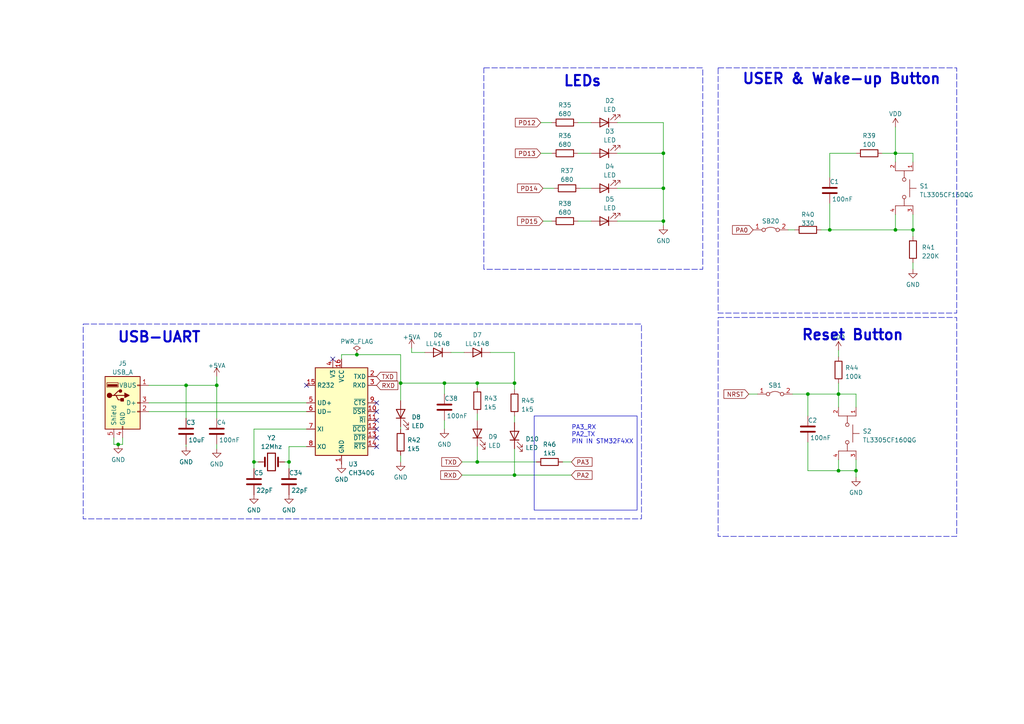
<source format=kicad_sch>
(kicad_sch (version 20230121) (generator eeschema)
  (paper "A4")
  (lib_symbols
    (symbol "BAT54T-7-F:LL4148" (pin_numbers hide) (pin_names hide)
      (property "Reference" "D" (at 0 2.54 0))
      (property "Value" "LL4148" (at 0 -2.54 0))
      (symbol "LL4148_0_1"
        (polyline (pts (xy -1.27 1.27) (xy -1.27 -1.27)) (stroke (width 0.254)))
        (polyline (pts (xy 1.27 0) (xy -1.27 0)))
        (polyline (pts (xy 1.27 1.27) (xy 1.27 -1.27) (xy -1.27 0) (xy 1.27 1.27)) (stroke (width 0.254)))
      )
      (symbol "LL4148_1_1"
        (pin passive line (at -3.81 0 0) (length 2.54) (name "K") (number "1"))
        (pin passive line (at 3.81 0 180) (length 2.54) (name "A") (number "2"))
      )
    )
    (symbol "Connector:USB_A" (pin_names (offset 1.016))
      (property "Reference" "J" (at -5.08 11.43 0))
      (property "Value" "USB_A" (at -5.08 8.89 0))
      (symbol "USB_A_0_1"
        (rectangle (start -5.08 -7.62) (end 5.08 7.62) (stroke (width 0.254)) (fill (type background)))
        (circle (center -3.81 2.159) (radius 0.635) (stroke (width 0.254)) (fill (type outline)))
        (rectangle (start -1.524 4.826) (end -4.318 5.334) (fill (type outline)))
        (rectangle (start -1.27 4.572) (end -4.572 5.842))
        (circle (center -0.635 3.429) (radius 0.381) (stroke (width 0.254)) (fill (type outline)))
        (rectangle (start -0.127 -7.62) (end 0.127 -6.858))
        (polyline (pts (xy -3.175 2.159) (xy -2.54 2.159) (xy -1.27 3.429) (xy -0.635 3.429)) (stroke (width 0.254)))
        (polyline (pts (xy -2.54 2.159) (xy -1.905 2.159) (xy -1.27 0.889) (xy 0 0.889)) (stroke (width 0.254)))
        (polyline (pts (xy 0.635 2.794) (xy 0.635 1.524) (xy 1.905 2.159) (xy 0.635 2.794)) (stroke (width 0.254)) (fill (type outline)))
        (rectangle (start 0.254 1.27) (end -0.508 0.508) (stroke (width 0.254)) (fill (type outline)))
        (rectangle (start 5.08 -2.667) (end 4.318 -2.413))
        (rectangle (start 5.08 -0.127) (end 4.318 0.127))
        (rectangle (start 5.08 4.953) (end 4.318 5.207))
      )
      (symbol "USB_A_1_1"
        (polyline (pts (xy -1.905 2.159) (xy 0.635 2.159)) (stroke (width 0.254)))
        (pin power_in line (at 7.62 5.08 180) (length 2.54) (name "VBUS") (number "1"))
        (pin bidirectional line (at 7.62 -2.54 180) (length 2.54) (name "D-") (number "2"))
        (pin bidirectional line (at 7.62 0 180) (length 2.54) (name "D+") (number "3"))
        (pin power_in line (at 0 -10.16 90) (length 2.54) (name "GND") (number "4"))
        (pin passive line (at -2.54 -10.16 90) (length 2.54) (name "Shield") (number "5"))
      )
    )
    (symbol "Device:C" (pin_numbers hide) (pin_names (offset 0.254))
      (property "Reference" "C" (at 0.635 2.54 0))
      (property "Value" "C" (at 0.635 -2.54 0))
      (symbol "C_0_1"
        (polyline (pts (xy -2.032 -0.762) (xy 2.032 -0.762)) (stroke (width 0.508)))
        (polyline (pts (xy -2.032 0.762) (xy 2.032 0.762)) (stroke (width 0.508)))
      )
      (symbol "C_1_1"
        (pin passive line (at 0 3.81 270) (length 2.794) (name "~") (number "1"))
        (pin passive line (at 0 -3.81 90) (length 2.794) (name "~") (number "2"))
      )
    )
    (symbol "Device:Crystal" (pin_numbers hide) (pin_names (offset 1.016) hide)
      (property "Reference" "Y" (at 0 3.81 0))
      (property "Value" "Crystal" (at 0 -3.81 0))
      (symbol "Crystal_0_1"
        (rectangle (start -1.143 2.54) (end 1.143 -2.54) (stroke (width 0.3048)))
        (polyline (pts (xy -2.54 0) (xy -1.905 0)))
        (polyline (pts (xy -1.905 -1.27) (xy -1.905 1.27)) (stroke (width 0.508)))
        (polyline (pts (xy 1.905 -1.27) (xy 1.905 1.27)) (stroke (width 0.508)))
        (polyline (pts (xy 2.54 0) (xy 1.905 0)))
      )
      (symbol "Crystal_1_1"
        (pin passive line (at -3.81 0 0) (length 1.27) (name "1") (number "1"))
        (pin passive line (at 3.81 0 180) (length 1.27) (name "2") (number "2"))
      )
    )
    (symbol "Device:LED" (pin_numbers hide) (pin_names (offset 1.016) hide)
      (property "Reference" "D" (at 0 2.54 0))
      (property "Value" "LED" (at 0 -2.54 0))
      (symbol "LED_0_1"
        (polyline (pts (xy -1.27 -1.27) (xy -1.27 1.27)) (stroke (width 0.254)))
        (polyline (pts (xy -1.27 0) (xy 1.27 0)))
        (polyline (pts (xy 1.27 -1.27) (xy 1.27 1.27) (xy -1.27 0) (xy 1.27 -1.27)) (stroke (width 0.254)))
        (polyline (pts (xy -3.048 -0.762) (xy -4.572 -2.286) (xy -3.81 -2.286) (xy -4.572 -2.286) (xy -4.572 -1.524)))
        (polyline (pts (xy -1.778 -0.762) (xy -3.302 -2.286) (xy -2.54 -2.286) (xy -3.302 -2.286) (xy -3.302 -1.524)))
      )
      (symbol "LED_1_1"
        (pin passive line (at -3.81 0 0) (length 2.54) (name "K") (number "1"))
        (pin passive line (at 3.81 0 180) (length 2.54) (name "A") (number "2"))
      )
    )
    (symbol "Device:R" (pin_numbers hide) (pin_names (offset 0))
      (property "Reference" "R" (at 2.032 0 90))
      (property "Value" "R" (at 0 0 90))
      (symbol "R_0_1"
        (rectangle (start -1.016 -2.54) (end 1.016 2.54) (stroke (width 0.254)))
      )
      (symbol "R_1_1"
        (pin passive line (at 0 3.81 270) (length 1.27) (name "~") (number "1"))
        (pin passive line (at 0 -3.81 90) (length 1.27) (name "~") (number "2"))
      )
    )
    (symbol "Interface_USB:CH340G"
      (property "Reference" "U" (at -5.08 13.97 0))
      (property "Value" "CH340G" (at 1.27 13.97 0))
      (symbol "CH340G_0_1"
        (rectangle (start -7.62 12.7) (end 7.62 -12.7) (stroke (width 0.254)) (fill (type background)))
      )
      (symbol "CH340G_1_1"
        (pin power_in line (at 0 -15.24 90) (length 2.54) (name "GND") (number "1"))
        (pin input line (at 10.16 0 180) (length 2.54) (name "~{DSR}") (number "10"))
        (pin input line (at 10.16 -2.54 180) (length 2.54) (name "~{RI}") (number "11"))
        (pin input line (at 10.16 -5.08 180) (length 2.54) (name "~{DCD}") (number "12"))
        (pin output line (at 10.16 -7.62 180) (length 2.54) (name "~{DTR}") (number "13"))
        (pin output line (at 10.16 -10.16 180) (length 2.54) (name "~{RTS}") (number "14"))
        (pin input line (at -10.16 7.62 0) (length 2.54) (name "R232") (number "15"))
        (pin power_in line (at 0 15.24 270) (length 2.54) (name "VCC") (number "16"))
        (pin output line (at 10.16 10.16 180) (length 2.54) (name "TXD") (number "2"))
        (pin input line (at 10.16 7.62 180) (length 2.54) (name "RXD") (number "3"))
        (pin passive line (at -2.54 15.24 270) (length 2.54) (name "V3") (number "4"))
        (pin bidirectional line (at -10.16 2.54 0) (length 2.54) (name "UD+") (number "5"))
        (pin bidirectional line (at -10.16 0 0) (length 2.54) (name "UD-") (number "6"))
        (pin input line (at -10.16 -5.08 0) (length 2.54) (name "XI") (number "7"))
        (pin output line (at -10.16 -10.16 0) (length 2.54) (name "XO") (number "8"))
        (pin input line (at 10.16 2.54 180) (length 2.54) (name "~{CTS}") (number "9"))
      )
    )
    (symbol "Jumper:Jumper_2_Bridged" (pin_names (offset 0) hide)
      (property "Reference" "JP" (at 0 1.905 0))
      (property "Value" "Jumper_2_Bridged" (at 0 -2.54 0))
      (symbol "Jumper_2_Bridged_0_0"
        (circle (center -2.032 0) (radius 0.508))
        (circle (center 2.032 0) (radius 0.508))
      )
      (symbol "Jumper_2_Bridged_0_1"
        (arc (start 1.524 0.254) (mid 0 0.762) (end -1.524 0.254))
      )
      (symbol "Jumper_2_Bridged_1_1"
        (pin passive line (at -5.08 0 0) (length 2.54) (name "A") (number "1"))
        (pin passive line (at 5.08 0 180) (length 2.54) (name "B") (number "2"))
      )
    )
    (symbol "TL3305CF160QG:TL3305CF160QG" (pin_names (offset 1.016) hide)
      (property "Reference" "S" (at -5.08 5.08 0))
      (property "Value" "TL3305CF160QG" (at -5.08 -5.08 0))
      (symbol "TL3305CF160QG_0_0"
        (circle (center -2.54 0) (radius 0.508) (stroke (width 0.1524)))
        (polyline (pts (xy -5.08 0) (xy -3.048 0)) (stroke (width 0.1524)))
        (polyline (pts (xy -5.08 2.54) (xy -5.08 -2.54)) (stroke (width 0.1524)))
        (polyline (pts (xy -2.54 1.6002) (xy 0 1.6002)) (stroke (width 0.1524)))
        (polyline (pts (xy 0 1.6002) (xy 0 3.5052)) (stroke (width 0.1524)))
        (polyline (pts (xy 0 1.6002) (xy 2.54 1.6002)) (stroke (width 0.1524)))
        (polyline (pts (xy 5.08 0) (xy 3.048 0)) (stroke (width 0.1524)))
        (polyline (pts (xy 5.08 2.54) (xy 5.08 -2.54)) (stroke (width 0.1524)))
        (circle (center 2.54 0) (radius 0.508) (stroke (width 0.1524)))
        (pin passive line (at -7.62 2.54 0) (length 2.54) (name "~") (number "1"))
        (pin passive line (at -7.62 -2.54 0) (length 2.54) (name "~") (number "2"))
        (pin passive line (at 7.62 2.54 180) (length 2.54) (name "~") (number "3"))
        (pin passive line (at 7.62 -2.54 180) (length 2.54) (name "~") (number "4"))
      )
    )
    (symbol "power:+5VA" (power) (pin_names (offset 0))
      (property "Value" "+5VA" (at 0 3.556 0))
      (symbol "+5VA_0_1"
        (polyline (pts (xy -0.762 1.27) (xy 0 2.54)))
        (polyline (pts (xy 0 0) (xy 0 2.54)))
        (polyline (pts (xy 0 2.54) (xy 0.762 1.27)))
      )
      (symbol "+5VA_1_1"
        (pin power_in line (at 0 0 90) (length 0) hide (name "+5VA") (number "1"))
      )
    )
    (symbol "power:GND" (power) (pin_names (offset 0))
      (property "Value" "GND" (at 0 -3.81 0))
      (symbol "GND_0_1"
        (polyline (pts (xy 0 0) (xy 0 -1.27) (xy 1.27 -1.27) (xy 0 -2.54) (xy -1.27 -1.27) (xy 0 -1.27)))
      )
      (symbol "GND_1_1"
        (pin power_in line (at 0 0 270) (length 0) hide (name "GND") (number "1"))
      )
    )
    (symbol "power:PWR_FLAG" (power) (pin_numbers hide) (pin_names (offset 0) hide)
      (property "Value" "PWR_FLAG" (at 0 3.81 0))
      (symbol "PWR_FLAG_0_0"
        (pin power_out line (at 0 0 90) (length 0) (name "pwr") (number "1"))
      )
      (symbol "PWR_FLAG_0_1"
        (polyline (pts (xy 0 0) (xy 0 1.27) (xy -1.016 1.905) (xy 0 2.54) (xy 1.016 1.905) (xy 0 1.27)))
      )
    )
    (symbol "power:VDD" (power) (pin_names (offset 0))
      (property "Value" "VDD" (at 0 3.81 0))
      (symbol "VDD_0_1"
        (polyline (pts (xy -0.762 1.27) (xy 0 2.54)))
        (polyline (pts (xy 0 0) (xy 0 2.54)))
        (polyline (pts (xy 0 2.54) (xy 0.762 1.27)))
      )
      (symbol "VDD_1_1"
        (pin power_in line (at 0 0 90) (length 0) hide (name "VDD") (number "1"))
      )
    )
  )
  (junction (at 83.82 133.985))
  (junction (at 149.225 111.125))
  (junction (at 264.795 66.675))
  (junction (at 259.715 44.45))
  (junction (at 192.405 64.135))
  (junction (at 128.905 111.125))
  (junction (at 240.665 66.675))
  (junction (at 259.715 66.675))
  (junction (at 53.975 111.76))
  (junction (at 138.43 111.125))
  (junction (at 116.205 111.125))
  (junction (at 149.225 137.795))
  (junction (at 192.405 44.45))
  (junction (at 62.865 111.76))
  (junction (at 34.29 128.905))
  (junction (at 192.405 54.61))
  (junction (at 138.43 133.985))
  (junction (at 243.205 114.3))
  (junction (at 243.205 136.525))
  (junction (at 234.315 114.3))
  (junction (at 103.505 102.87))
  (junction (at 248.285 136.525))
  (junction (at 73.66 133.985))
  (no_connect (at 109.22 116.84))
  (no_connect (at 96.52 104.14))
  (no_connect (at 109.22 129.54))
  (no_connect (at 88.9 111.76))
  (no_connect (at 109.22 119.38))
  (no_connect (at 109.22 127))
  (no_connect (at 109.22 124.46))
  (no_connect (at 109.22 121.92))
  (wire (pts (xy 116.205 111.125) (xy 116.205 116.205)))
  (wire (pts (xy 156.845 35.56) (xy 160.02 35.56)))
  (wire (pts (xy 264.795 44.45) (xy 259.715 44.45)))
  (wire (pts (xy 179.07 54.61) (xy 192.405 54.61)))
  (wire (pts (xy 119.38 102.235) (xy 123.19 102.235)))
  (wire (pts (xy 264.795 46.99) (xy 264.795 44.45)))
  (wire (pts (xy 53.975 111.76) (xy 53.975 121.285)))
  (wire (pts (xy 103.505 102.87) (xy 116.205 102.87)))
  (wire (pts (xy 149.225 120.65) (xy 149.225 122.555)))
  (wire (pts (xy 149.225 111.125) (xy 138.43 111.125)))
  (wire (pts (xy 138.43 133.985) (xy 155.575 133.985)))
  (wire (pts (xy 167.64 44.45) (xy 171.45 44.45)))
  (wire (pts (xy 248.285 136.525) (xy 248.285 133.35)))
  (wire (pts (xy 157.48 64.135) (xy 160.02 64.135)))
  (wire (pts (xy 83.82 129.54) (xy 83.82 133.985)))
  (wire (pts (xy 116.205 132.08) (xy 116.205 133.985)))
  (wire (pts (xy 229.87 114.3) (xy 234.315 114.3)))
  (wire (pts (xy 73.66 133.985) (xy 73.66 135.89)))
  (wire (pts (xy 248.285 44.45) (xy 240.665 44.45)))
  (wire (pts (xy 149.225 113.03) (xy 149.225 111.125)))
  (wire (pts (xy 73.66 133.985) (xy 74.93 133.985)))
  (wire (pts (xy 156.845 44.45) (xy 160.02 44.45)))
  (wire (pts (xy 259.715 36.83) (xy 259.715 44.45)))
  (wire (pts (xy 43.18 116.84) (xy 88.9 116.84)))
  (wire (pts (xy 43.18 111.76) (xy 53.975 111.76)))
  (wire (pts (xy 179.07 44.45) (xy 192.405 44.45)))
  (wire (pts (xy 243.205 133.35) (xy 243.205 136.525)))
  (wire (pts (xy 243.205 111.125) (xy 243.205 114.3)))
  (wire (pts (xy 128.905 121.92) (xy 128.905 124.46)))
  (wire (pts (xy 99.06 102.87) (xy 99.06 104.14)))
  (wire (pts (xy 179.07 35.56) (xy 192.405 35.56)))
  (wire (pts (xy 240.665 66.675) (xy 238.125 66.675)))
  (wire (pts (xy 248.285 136.525) (xy 248.285 138.43)))
  (wire (pts (xy 83.82 133.985) (xy 83.82 135.89)))
  (wire (pts (xy 128.905 111.125) (xy 116.205 111.125)))
  (wire (pts (xy 130.81 102.235) (xy 134.62 102.235)))
  (wire (pts (xy 168.275 54.61) (xy 171.45 54.61)))
  (wire (pts (xy 234.315 128.27) (xy 234.315 136.525)))
  (wire (pts (xy 243.205 114.3) (xy 243.205 118.11)))
  (wire (pts (xy 33.02 128.905) (xy 34.29 128.905)))
  (wire (pts (xy 35.56 127) (xy 35.56 128.905)))
  (wire (pts (xy 264.795 66.675) (xy 264.795 62.23)))
  (wire (pts (xy 53.975 128.905) (xy 53.975 129.54)))
  (wire (pts (xy 240.665 44.45) (xy 240.665 51.435)))
  (wire (pts (xy 228.6 66.675) (xy 230.505 66.675)))
  (wire (pts (xy 167.64 35.56) (xy 171.45 35.56)))
  (wire (pts (xy 248.285 118.11) (xy 248.285 114.3)))
  (wire (pts (xy 119.38 100.965) (xy 119.38 102.235)))
  (wire (pts (xy 73.66 124.46) (xy 73.66 133.985)))
  (wire (pts (xy 192.405 64.135) (xy 179.07 64.135)))
  (wire (pts (xy 149.225 102.235) (xy 149.225 111.125)))
  (wire (pts (xy 217.17 114.3) (xy 219.71 114.3)))
  (wire (pts (xy 116.205 123.825) (xy 116.205 124.46)))
  (wire (pts (xy 88.9 124.46) (xy 73.66 124.46)))
  (wire (pts (xy 243.205 101.6) (xy 243.205 103.505)))
  (wire (pts (xy 116.205 102.87) (xy 116.205 111.125)))
  (wire (pts (xy 149.225 137.795) (xy 165.735 137.795)))
  (wire (pts (xy 192.405 44.45) (xy 192.405 54.61)))
  (wire (pts (xy 62.865 109.22) (xy 62.865 111.76)))
  (wire (pts (xy 128.905 114.3) (xy 128.905 111.125)))
  (wire (pts (xy 259.715 62.23) (xy 259.715 66.675)))
  (wire (pts (xy 88.9 129.54) (xy 83.82 129.54)))
  (wire (pts (xy 138.43 111.125) (xy 128.905 111.125)))
  (wire (pts (xy 234.315 114.3) (xy 234.315 120.65)))
  (wire (pts (xy 240.665 66.675) (xy 259.715 66.675)))
  (wire (pts (xy 234.315 114.3) (xy 243.205 114.3)))
  (wire (pts (xy 163.195 133.985) (xy 165.735 133.985)))
  (wire (pts (xy 149.225 137.795) (xy 149.225 130.175)))
  (wire (pts (xy 157.48 54.61) (xy 160.655 54.61)))
  (wire (pts (xy 255.905 44.45) (xy 259.715 44.45)))
  (wire (pts (xy 99.06 102.87) (xy 103.505 102.87)))
  (wire (pts (xy 138.43 120.015) (xy 138.43 121.92)))
  (wire (pts (xy 142.24 102.235) (xy 149.225 102.235)))
  (wire (pts (xy 192.405 35.56) (xy 192.405 44.45)))
  (wire (pts (xy 248.285 114.3) (xy 243.205 114.3)))
  (wire (pts (xy 35.56 128.905) (xy 34.29 128.905)))
  (wire (pts (xy 192.405 64.135) (xy 192.405 65.405)))
  (wire (pts (xy 62.865 128.905) (xy 62.865 130.175)))
  (wire (pts (xy 33.02 127) (xy 33.02 128.905)))
  (wire (pts (xy 240.665 59.055) (xy 240.665 66.675)))
  (wire (pts (xy 133.985 137.795) (xy 149.225 137.795)))
  (wire (pts (xy 133.985 133.985) (xy 138.43 133.985)))
  (wire (pts (xy 167.64 64.135) (xy 171.45 64.135)))
  (wire (pts (xy 62.865 111.76) (xy 53.975 111.76)))
  (wire (pts (xy 259.715 44.45) (xy 259.715 46.99)))
  (wire (pts (xy 43.18 119.38) (xy 88.9 119.38)))
  (wire (pts (xy 264.795 66.675) (xy 264.795 68.58)))
  (wire (pts (xy 138.43 112.395) (xy 138.43 111.125)))
  (wire (pts (xy 259.715 66.675) (xy 264.795 66.675)))
  (wire (pts (xy 62.865 121.285) (xy 62.865 111.76)))
  (wire (pts (xy 192.405 54.61) (xy 192.405 64.135)))
  (wire (pts (xy 83.82 133.985) (xy 82.55 133.985)))
  (wire (pts (xy 243.205 136.525) (xy 248.285 136.525)))
  (wire (pts (xy 234.315 136.525) (xy 243.205 136.525)))
  (wire (pts (xy 138.43 129.54) (xy 138.43 133.985)))
  (wire (pts (xy 264.795 76.2) (xy 264.795 78.105)))
  (rectangle (start 140.335 19.685) (end 203.835 78.105) (stroke (width 0) (type dash)))
  (rectangle (start 208.28 19.685) (end 277.495 90.805) (stroke (width 0) (type dash)))
  (rectangle (start 154.94 120.65) (end 184.785 147.955))
  (rectangle (start 208.28 92.075) (end 277.495 155.575) (stroke (width 0) (type dash)))
  (rectangle (start 24.13 93.98) (end 186.055 150.495) (stroke (width 0) (type dash)))
  (text "LEDs" (at 174.625 25.4 0) (effects (font (size 3 3) (thickness 0.6) bold) (justify right bottom)))
  (text "USER & Wake-up Button\n" (at 273.05 24.765 0) (effects (font (size 3 3) (thickness 0.6) bold) (justify right bottom)))
  (text "USB-UART" (at 58.42 99.695 0) (effects (font (size 3 3) (thickness 0.6) bold) (justify right bottom)))
  (text "PA3_RX\nPA2_TX\nPIN IN STM32F4XX" (at 165.735 128.905 0) (effects (font (size 1.27 1.27)) (justify left bottom)))
  (text "Reset Button" (at 262.255 99.06 0) (effects (font (size 3 3) (thickness 0.6) bold) (justify right bottom)))
  (global_label "PA3" (shape input) (at 165.735 133.985 0) (property "Intersheetrefs" "${INTERSHEET_REFS}" (effects hide)))
  (global_label "PA0" (shape input) (at 218.44 66.675 180) (property "Intersheetrefs" "${INTERSHEET_REFS}" (effects hide)))
  (global_label "PD13" (shape input) (at 156.845 44.45 180) (property "Intersheetrefs" "${INTERSHEET_REFS}" (effects hide)))
  (global_label "PD14" (shape input) (at 157.48 54.61 180) (property "Intersheetrefs" "${INTERSHEET_REFS}" (effects hide)))
  (global_label "TXD" (shape input) (at 109.22 109.22 0) (property "Intersheetrefs" "${INTERSHEET_REFS}" (effects hide)))
  (global_label "RXD" (shape input) (at 133.985 137.795 180) (property "Intersheetrefs" "${INTERSHEET_REFS}" (effects hide)))
  (global_label "TXD" (shape input) (at 133.985 133.985 180) (property "Intersheetrefs" "${INTERSHEET_REFS}" (effects hide)))
  (global_label "NRST" (shape input) (at 217.17 114.3 180) (property "Intersheetrefs" "${INTERSHEET_REFS}" (effects hide)))
  (global_label "PA2" (shape input) (at 165.735 137.795 0) (property "Intersheetrefs" "${INTERSHEET_REFS}" (effects hide)))
  (global_label "PD12" (shape input) (at 156.845 35.56 180) (property "Intersheetrefs" "${INTERSHEET_REFS}" (effects hide)))
  (global_label "PD15" (shape input) (at 157.48 64.135 180) (property "Intersheetrefs" "${INTERSHEET_REFS}" (effects hide)))
  (global_label "RXD" (shape input) (at 109.22 111.76 0) (property "Intersheetrefs" "${INTERSHEET_REFS}" (effects hide)))
  (symbol (lib_id "Jumper:Jumper_2_Bridged") (at 223.52 66.675 0) (unit 1)
    (property "Reference" "SB20" (at 223.52 64.135 0))
    (property "Value" "Jumper_2_Bridged" (effects hide))
    (property "Footprint" "Jumper:SolderJumper-2_P1.3mm_Open_TrianglePad1.0x1.5mm" (effects hide))
  )
  (symbol (lib_id "Device:R") (at 163.83 35.56 90) (unit 1)
    (property "Reference" "R35" (at 163.83 30.48 90))
    (property "Value" "680" (at 163.83 33.02 90))
    (property "Footprint" "Resistor_SMD:R_0603_1608Metric" (effects hide))
  )
  (symbol (lib_id "power:+5VA") (at 119.38 100.965 0) (unit 1)
    (property "Reference" "#PWR083" (effects hide))
    (property "Value" "+5VA" (at 119.38 97.79 0))
  )
  (symbol (lib_id "power:GND") (at 34.29 128.905 0) (unit 1)
    (property "Reference" "#PWR079" (effects hide))
    (property "Value" "GND" (at 34.29 133.35 0))
  )
  (symbol (lib_id "Device:C") (at 73.66 139.7 0) (unit 1)
    (property "Reference" "C5" (at 73.66 137.16 0) (effects (justify left)))
    (property "Value" "22pF" (at 74.295 142.24 0) (effects (justify left)))
    (property "Footprint" "Capacitor_SMD:C_0603_1608Metric" (effects hide))
  )
  (symbol (lib_id "Device:LED") (at 138.43 125.73 90) (unit 1)
    (property "Reference" "D9" (at 141.605 126.6825 90) (effects (justify right)))
    (property "Value" "LED" (at 141.605 129.2225 90) (effects (justify right)))
    (property "Footprint" "LED_SMD:LED_0603_1608Metric" (effects hide))
  )
  (symbol (lib_id "Device:LED") (at 149.225 126.365 90) (unit 1)
    (property "Reference" "D10" (at 152.4 127.3175 90) (effects (justify right)))
    (property "Value" "LED" (at 152.4 129.8575 90) (effects (justify right)))
    (property "Footprint" "LED_SMD:LED_0603_1608Metric" (effects hide))
  )
  (symbol (lib_id "Device:R") (at 243.205 107.315 0) (unit 1)
    (property "Reference" "R44" (at 245.11 106.68 0) (effects (justify left)))
    (property "Value" "100k" (at 245.11 109.22 0) (effects (justify left)))
    (property "Footprint" "Resistor_SMD:R_0603_1608Metric" (effects hide))
  )
  (symbol (lib_id "Device:C") (at 128.905 118.11 0) (unit 1)
    (property "Reference" "C38" (at 128.905 115.57 0) (effects (justify left)))
    (property "Value" "100nF" (at 129.54 120.65 0) (effects (justify left)))
    (property "Footprint" "Capacitor_SMD:C_0603_1608Metric" (effects hide))
  )
  (symbol (lib_id "Device:LED") (at 175.26 64.135 180) (unit 1)
    (property "Reference" "D5" (at 176.8475 57.785 0))
    (property "Value" "LED" (at 176.8475 60.325 0))
    (property "Footprint" "LED_SMD:LED_0603_1608Metric" (effects hide))
  )
  (symbol (lib_id "Connector:USB_A") (at 35.56 116.84 0) (unit 1)
    (property "Reference" "J5" (at 35.56 105.41 0))
    (property "Value" "USB_A" (at 35.56 107.95 0))
    (property "Footprint" "micro conn type AB:TE_1981584-1" (effects hide))
    (property "Datasheet" " ~" (effects hide))
  )
  (symbol (lib_id "power:GND") (at 62.865 130.175 0) (unit 1)
    (property "Reference" "#PWR081" (effects hide))
    (property "Value" "GND" (at 62.865 134.62 0))
  )
  (symbol (lib_id "Device:R") (at 264.795 72.39 180) (unit 1)
    (property "Reference" "R41" (at 267.335 71.755 0) (effects (justify right)))
    (property "Value" "220K" (at 267.335 74.295 0) (effects (justify right)))
    (property "Footprint" "Resistor_SMD:R_0603_1608Metric" (effects hide))
  )
  (symbol (lib_id "Device:C") (at 234.315 124.46 180) (unit 1)
    (property "Reference" "C2" (at 234.315 121.92 0) (effects (justify right)))
    (property "Value" "100nF" (at 234.95 127 0) (effects (justify right)))
    (property "Footprint" "Capacitor_SMD:C_0603_1608Metric" (effects hide))
  )
  (symbol (lib_id "Device:C") (at 62.865 125.095 0) (unit 1)
    (property "Reference" "C4" (at 62.865 122.555 0) (effects (justify left)))
    (property "Value" "100nF" (at 63.5 127.635 0) (effects (justify left)))
    (property "Footprint" "Capacitor_SMD:C_0603_1608Metric" (effects hide))
  )
  (symbol (lib_id "power:VDD") (at 243.205 101.6 0) (unit 1)
    (property "Reference" "#PWR077" (effects hide))
    (property "Value" "VDD" (at 243.205 97.79 0))
  )
  (symbol (lib_id "BAT54T-7-F:LL4148") (at 127 102.235 180) (unit 1)
    (property "Reference" "D6" (at 127 97.155 0))
    (property "Value" "LL4148" (at 127 99.695 0))
    (property "Footprint" "Diode_SMD:D_MiniMELF" (effects hide))
    (property "Datasheet" "http://www.vishay.com/docs/85557/ll4148.pdf" (effects hide))
    (property "Sim.Device" "D" (effects hide))
    (property "Sim.Pins" "1=K 2=A" (effects hide))
  )
  (symbol (lib_id "power:VDD") (at 259.715 36.83 0) (unit 1)
    (property "Reference" "#PWR075" (effects hide))
    (property "Value" "VDD" (at 259.715 33.02 0))
  )
  (symbol (lib_id "Device:Crystal") (at 78.74 133.985 0) (unit 1)
    (property "Reference" "Y2" (at 78.74 127 0))
    (property "Value" "12Mhz" (at 78.74 129.54 0))
    (property "Footprint" "Crystal:Crystal_HC49-4H_Vertical" (effects hide))
  )
  (symbol (lib_id "Device:R") (at 163.83 44.45 90) (unit 1)
    (property "Reference" "R36" (at 163.83 39.37 90))
    (property "Value" "680" (at 163.83 41.91 90))
    (property "Footprint" "Resistor_SMD:R_0603_1608Metric" (effects hide))
  )
  (symbol (lib_id "Device:R") (at 252.095 44.45 90) (unit 1)
    (property "Reference" "R39" (at 252.095 39.37 90))
    (property "Value" "100" (at 252.095 41.91 90))
    (property "Footprint" "Resistor_SMD:R_0603_1608Metric" (effects hide))
  )
  (symbol (lib_id "power:GND") (at 116.205 133.985 0) (unit 1)
    (property "Reference" "#PWR089" (effects hide))
    (property "Value" "GND" (at 116.205 138.43 0))
  )
  (symbol (lib_id "power:+5VA") (at 62.865 109.22 0) (unit 1)
    (property "Reference" "#PWR082" (effects hide))
    (property "Value" "+5VA" (at 62.865 106.045 0))
  )
  (symbol (lib_id "Device:R") (at 159.385 133.985 90) (unit 1)
    (property "Reference" "R46" (at 159.385 128.905 90))
    (property "Value" "1k5" (at 159.385 131.445 90))
    (property "Footprint" "Resistor_SMD:R_0603_1608Metric" (effects hide))
  )
  (symbol (lib_id "power:GND") (at 73.66 143.51 0) (unit 1)
    (property "Reference" "#PWR085" (effects hide))
    (property "Value" "GND" (at 73.66 147.955 0))
  )
  (symbol (lib_id "Device:C") (at 83.82 139.7 0) (unit 1)
    (property "Reference" "C34" (at 83.82 137.16 0) (effects (justify left)))
    (property "Value" "22pF" (at 84.455 142.24 0) (effects (justify left)))
    (property "Footprint" "Capacitor_SMD:C_0603_1608Metric" (effects hide))
  )
  (symbol (lib_id "power:PWR_FLAG") (at 103.505 102.87 0) (unit 1)
    (property "Reference" "#FLG01" (effects hide))
    (property "Value" "PWR_FLAG" (at 103.505 99.06 0))
  )
  (symbol (lib_id "Device:LED") (at 116.205 120.015 90) (unit 1)
    (property "Reference" "D8" (at 119.38 120.9675 90) (effects (justify right)))
    (property "Value" "LED" (at 119.38 123.5075 90) (effects (justify right)))
    (property "Footprint" "LED_SMD:LED_0603_1608Metric" (effects hide))
  )
  (symbol (lib_id "power:GND") (at 99.06 134.62 0) (unit 1)
    (property "Reference" "#PWR084" (effects hide))
    (property "Value" "GND" (at 99.06 139.065 0))
  )
  (symbol (lib_id "power:GND") (at 248.285 138.43 0) (unit 1)
    (property "Reference" "#PWR078" (effects hide))
    (property "Value" "GND" (at 248.285 142.875 0))
  )
  (symbol (lib_id "Device:R") (at 138.43 116.205 0) (unit 1)
    (property "Reference" "R43" (at 140.335 115.57 0) (effects (justify left)))
    (property "Value" "1k5" (at 140.335 118.11 0) (effects (justify left)))
    (property "Footprint" "Resistor_SMD:R_0603_1608Metric" (effects hide))
  )
  (symbol (lib_id "Device:LED") (at 175.26 54.61 180) (unit 1)
    (property "Reference" "D4" (at 176.8475 48.26 0))
    (property "Value" "LED" (at 176.8475 50.8 0))
    (property "Footprint" "LED_SMD:LED_0603_1608Metric" (effects hide))
  )
  (symbol (lib_id "Device:R") (at 163.83 64.135 90) (unit 1)
    (property "Reference" "R38" (at 163.83 59.055 90))
    (property "Value" "680" (at 163.83 61.595 90))
    (property "Footprint" "Resistor_SMD:R_0603_1608Metric" (effects hide))
  )
  (symbol (lib_id "TL3305CF160QG:TL3305CF160QG") (at 262.255 54.61 270) (unit 1)
    (property "Reference" "S1" (at 266.7 53.975 90) (effects (justify left)))
    (property "Value" "TL3305CF160QG" (at 266.7 56.515 90) (effects (justify left)))
    (property "Footprint" "Button_SMD:SW_TL3305CF160QG" (effects hide))
    (property "MF" "E-Switch" (effects hide))
    (property "MAXIMUM_PACKAGE_HEIGHT" "5 mm" (effects hide))
    (property "Package" "None" (effects hide))
    (property "Price" "None" (effects hide))
    (property "Check_prices" "https://www.snapeda.com/parts/TL3305CF160QG/E-Switch/view-part/?ref=eda" (effects hide))
    (property "STANDARD" "Manufacturer Recommendations" (effects hide))
    (property "PARTREV" "C" (effects hide))
    (property "SnapEDA_Link" "https://www.snapeda.com/parts/TL3305CF160QG/E-Switch/view-part/?ref=snap" (effects hide))
    (property "MP" "TL3305CF160QG" (effects hide))
    (property "Purchase-URL" "https://www.snapeda.com/api/url_track_click_mouser/?unipart_id=479907&manufacturer=E-Switch&part_name=TL3305CF160QG&search_term=tactile button-smd" (effects hide))
    (property "Description" "\\nSWITCH TACTILE SPST-NO 50MA 12V\\n" (effects hide))
    (property "MANUFACTURER" "E-Switch" (effects hide))
    (property "Availability" "In Stock" (effects hide))
    (property "SNAPEDA_PN" "TL3305BF260QG" (effects hide))
  )
  (symbol (lib_id "Device:C") (at 53.975 125.095 0) (unit 1)
    (property "Reference" "C3" (at 53.975 122.555 0) (effects (justify left)))
    (property "Value" "10uF" (at 54.61 127.635 0) (effects (justify left)))
    (property "Footprint" "Capacitor_SMD:C_0603_1608Metric" (effects hide))
  )
  (symbol (lib_id "Device:LED") (at 175.26 44.45 180) (unit 1)
    (property "Reference" "D3" (at 176.8475 38.1 0))
    (property "Value" "LED" (at 176.8475 40.64 0))
    (property "Footprint" "LED_SMD:LED_0603_1608Metric" (effects hide))
  )
  (symbol (lib_id "Device:R") (at 164.465 54.61 90) (unit 1)
    (property "Reference" "R37" (at 164.465 49.53 90))
    (property "Value" "680" (at 164.465 52.07 90))
    (property "Footprint" "Resistor_SMD:R_0603_1608Metric" (effects hide))
  )
  (symbol (lib_id "Jumper:Jumper_2_Bridged") (at 224.79 114.3 0) (unit 1)
    (property "Reference" "SB1" (at 224.79 111.76 0))
    (property "Value" "Jumper_2_Bridged" (effects hide))
    (property "Footprint" "Jumper:SolderJumper-2_P1.3mm_Open_TrianglePad1.0x1.5mm" (effects hide))
  )
  (symbol (lib_id "power:GND") (at 53.975 129.54 0) (unit 1)
    (property "Reference" "#PWR080" (effects hide))
    (property "Value" "GND" (at 53.975 133.985 0))
  )
  (symbol (lib_id "BAT54T-7-F:LL4148") (at 138.43 102.235 180) (unit 1)
    (property "Reference" "D7" (at 138.43 97.155 0))
    (property "Value" "LL4148" (at 138.43 99.695 0))
    (property "Footprint" "Diode_SMD:D_MiniMELF" (effects hide))
    (property "Datasheet" "http://www.vishay.com/docs/85557/ll4148.pdf" (effects hide))
    (property "Sim.Device" "D" (effects hide))
    (property "Sim.Pins" "1=K 2=A" (effects hide))
  )
  (symbol (lib_id "power:GND") (at 264.795 78.105 0) (unit 1)
    (property "Reference" "#PWR076" (effects hide))
    (property "Value" "GND" (at 264.795 82.55 0))
  )
  (symbol (lib_id "TL3305CF160QG:TL3305CF160QG") (at 245.745 125.73 270) (unit 1)
    (property "Reference" "S2" (at 250.19 125.095 90) (effects (justify left)))
    (property "Value" "TL3305CF160QG" (at 250.19 127.635 90) (effects (justify left)))
    (property "Footprint" "Button_SMD:SW_TL3305CF160QG" (effects hide))
    (property "MF" "E-Switch" (effects hide))
    (property "MAXIMUM_PACKAGE_HEIGHT" "5 mm" (effects hide))
    (property "Package" "None" (effects hide))
    (property "Price" "None" (effects hide))
    (property "Check_prices" "https://www.snapeda.com/parts/TL3305CF160QG/E-Switch/view-part/?ref=eda" (effects hide))
    (property "STANDARD" "Manufacturer Recommendations" (effects hide))
    (property "PARTREV" "C" (effects hide))
    (property "SnapEDA_Link" "https://www.snapeda.com/parts/TL3305CF160QG/E-Switch/view-part/?ref=snap" (effects hide))
    (property "MP" "TL3305CF160QG" (effects hide))
    (property "Purchase-URL" "https://www.snapeda.com/api/url_track_click_mouser/?unipart_id=479907&manufacturer=E-Switch&part_name=TL3305CF160QG&search_term=tactile button-smd" (effects hide))
    (property "Description" "\\nSWITCH TACTILE SPST-NO 50MA 12V\\n" (effects hide))
    (property "MANUFACTURER" "E-Switch" (effects hide))
    (property "Availability" "In Stock" (effects hide))
    (property "SNAPEDA_PN" "TL3305BF260QG" (effects hide))
  )
  (symbol (lib_id "Device:R") (at 149.225 116.84 0) (unit 1)
    (property "Reference" "R45" (at 151.13 116.205 0) (effects (justify left)))
    (property "Value" "1k5" (at 151.13 118.745 0) (effects (justify left)))
    (property "Footprint" "Resistor_SMD:R_0603_1608Metric" (effects hide))
  )
  (symbol (lib_id "power:GND") (at 83.82 143.51 0) (unit 1)
    (property "Reference" "#PWR086" (effects hide))
    (property "Value" "GND" (at 83.82 147.955 0))
  )
  (symbol (lib_id "power:GND") (at 128.905 124.46 0) (unit 1)
    (property "Reference" "#PWR090" (effects hide))
    (property "Value" "GND" (at 128.905 128.905 0))
  )
  (symbol (lib_id "power:GND") (at 192.405 65.405 0) (unit 1)
    (property "Reference" "#PWR074" (effects hide))
    (property "Value" "GND" (at 192.405 69.85 0))
  )
  (symbol (lib_id "Device:LED") (at 175.26 35.56 180) (unit 1)
    (property "Reference" "D2" (at 176.8475 29.21 0))
    (property "Value" "LED" (at 176.8475 31.75 0))
    (property "Footprint" "LED_SMD:LED_0603_1608Metric" (effects hide))
  )
  (symbol (lib_id "Device:R") (at 234.315 66.675 90) (unit 1)
    (property "Reference" "R40" (at 234.315 62.23 90))
    (property "Value" "330" (at 234.315 64.77 90))
    (property "Footprint" "Resistor_SMD:R_0603_1608Metric" (effects hide))
  )
  (symbol (lib_id "Interface_USB:CH340G") (at 99.06 119.38 0) (unit 1)
    (property "Reference" "U3" (at 101.0159 134.62 0) (effects (justify left)))
    (property "Value" "CH340G" (at 101.0159 137.16 0) (effects (justify left)))
    (property "Footprint" "Package_SO:SOIC-16_3.9x9.9mm_P1.27mm" (effects hide))
    (property "Datasheet" "http://www.datasheet5.com/pdf-local-2195953" (effects hide))
  )
  (symbol (lib_id "Device:R") (at 116.205 128.27 0) (unit 1)
    (property "Reference" "R42" (at 118.11 127.635 0) (effects (justify left)))
    (property "Value" "1k5" (at 118.11 130.175 0) (effects (justify left)))
    (property "Footprint" "Resistor_SMD:R_0603_1608Metric" (effects hide))
  )
  (symbol (lib_id "Device:C") (at 240.665 55.245 180) (unit 1)
    (property "Reference" "C1" (at 240.665 52.705 0) (effects (justify right)))
    (property "Value" "100nF" (at 241.3 57.785 0) (effects (justify right)))
    (property "Footprint" "Capacitor_SMD:C_0603_1608Metric" (effects hide))
  )
)
</source>
